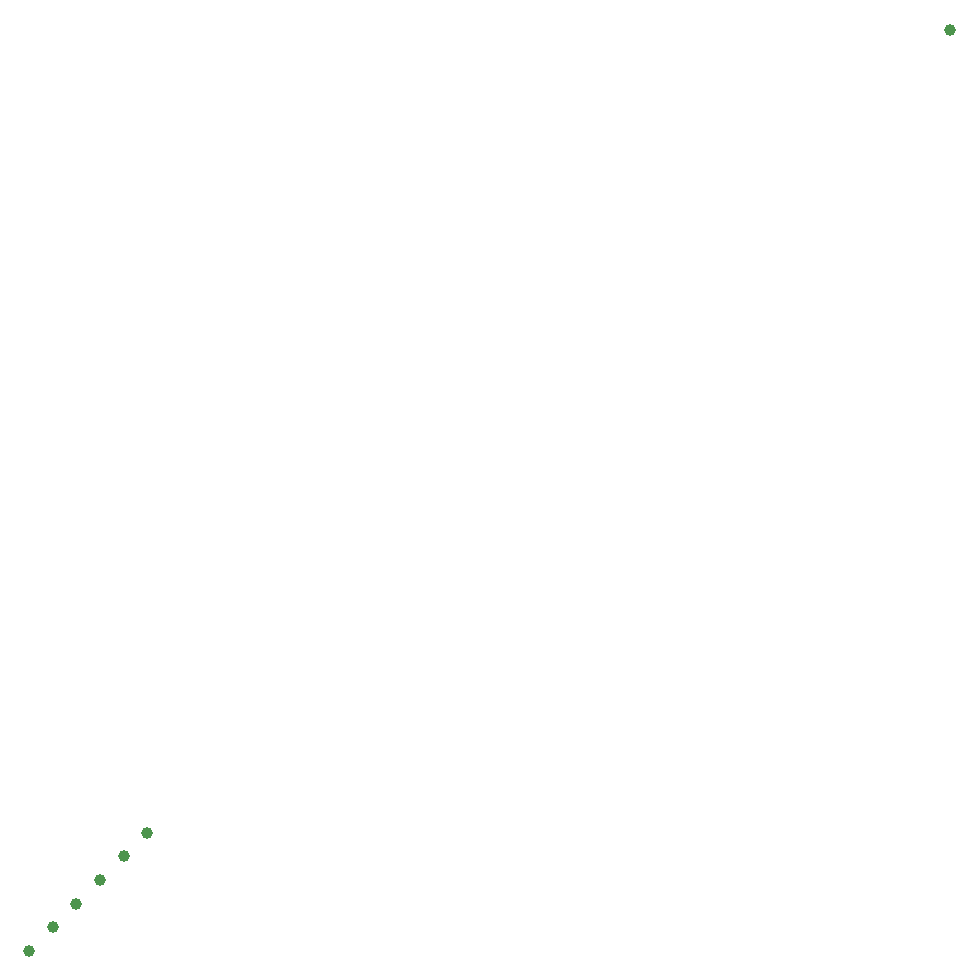
<source format=gbr>
G04 Examples for testing time performance of Gerber parsers*
%FSLAX26Y26*%
%MOMM*%
%ADD10C,1*%
%LPD*%
D10*
X0Y0D03*
X78000000Y78000000D03*
X2000000Y2000000D03*
X4000000Y4000000D03*
X6000000Y6000000D03*
X8000000Y8000000D03*
X10000000Y10000000D03*
M02*

</source>
